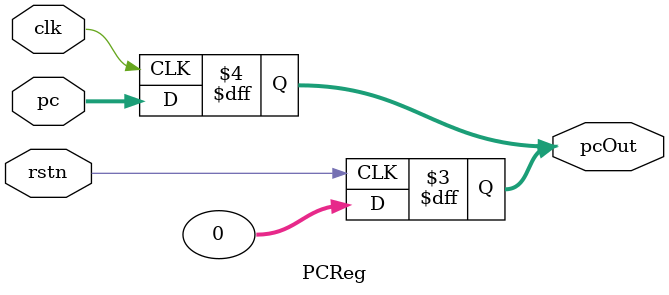
<source format=v>
module PCReg(pcOut, pc, clk, rstn);
   input [31:0] pc;
   input	clk, rstn;
   output reg [31:0] pcOut;

   always@(posedge clk)
     begin
	pcOut = pc;
     end

   always@(negedge rstn)
     begin
	pcOut = 0;
     end

endmodule // main

</source>
